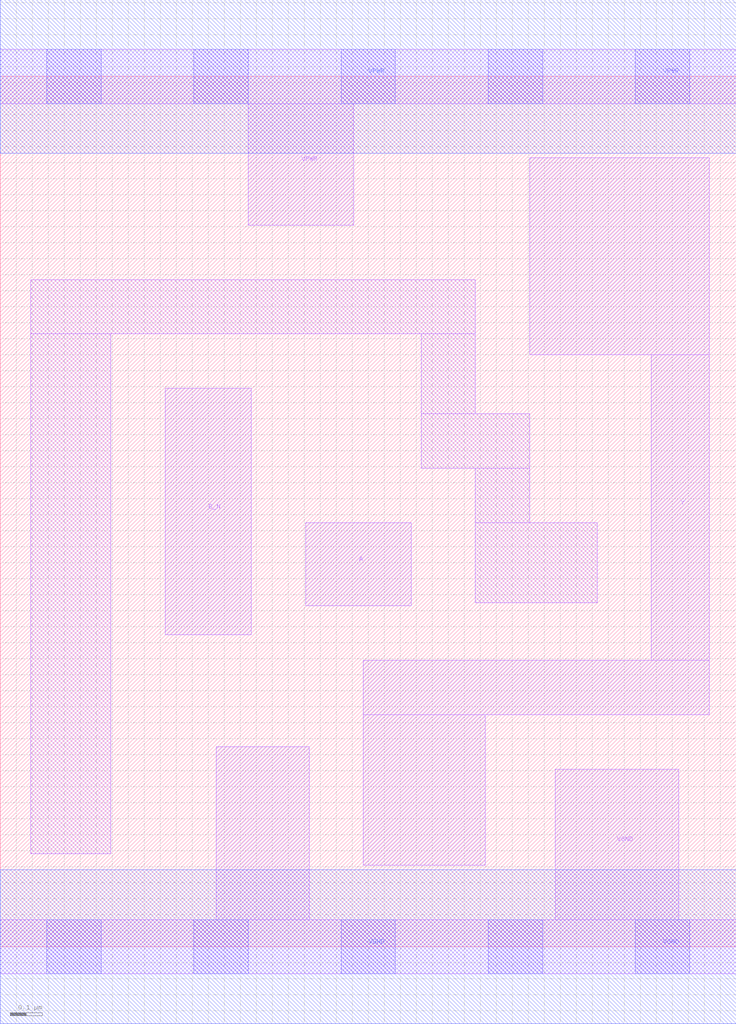
<source format=lef>
# Copyright 2020 The SkyWater PDK Authors
#
# Licensed under the Apache License, Version 2.0 (the "License");
# you may not use this file except in compliance with the License.
# You may obtain a copy of the License at
#
#     https://www.apache.org/licenses/LICENSE-2.0
#
# Unless required by applicable law or agreed to in writing, software
# distributed under the License is distributed on an "AS IS" BASIS,
# WITHOUT WARRANTIES OR CONDITIONS OF ANY KIND, either express or implied.
# See the License for the specific language governing permissions and
# limitations under the License.
#
# SPDX-License-Identifier: Apache-2.0

VERSION 5.7 ;
  NAMESCASESENSITIVE ON ;
  NOWIREEXTENSIONATPIN ON ;
  DIVIDERCHAR "/" ;
  BUSBITCHARS "[]" ;
UNITS
  DATABASE MICRONS 200 ;
END UNITS
PROPERTYDEFINITIONS
  MACRO maskLayoutSubType STRING ;
  MACRO prCellType STRING ;
  MACRO originalViewName STRING ;
END PROPERTYDEFINITIONS
MACRO sky130_fd_sc_hdll__nor2b_1
  CLASS CORE ;
  FOREIGN sky130_fd_sc_hdll__nor2b_1 ;
  ORIGIN  0.000000  0.000000 ;
  SIZE  2.300000 BY  2.720000 ;
  SYMMETRY X Y R90 ;
  SITE unithd ;
  PIN A
    ANTENNAGATEAREA  0.277500 ;
    DIRECTION INPUT ;
    USE SIGNAL ;
    PORT
      LAYER li1 ;
        RECT 0.955000 1.065000 1.285000 1.325000 ;
    END
  END A
  PIN B_N
    ANTENNAGATEAREA  0.138600 ;
    DIRECTION INPUT ;
    USE SIGNAL ;
    PORT
      LAYER li1 ;
        RECT 0.515000 0.975000 0.785000 1.745000 ;
    END
  END B_N
  PIN Y
    ANTENNADIFFAREA  0.445500 ;
    DIRECTION OUTPUT ;
    USE SIGNAL ;
    PORT
      LAYER li1 ;
        RECT 1.135000 0.255000 1.515000 0.725000 ;
        RECT 1.135000 0.725000 2.215000 0.895000 ;
        RECT 1.655000 1.850000 2.215000 2.465000 ;
        RECT 2.035000 0.895000 2.215000 1.850000 ;
    END
  END Y
  PIN VGND
    DIRECTION INOUT ;
    USE GROUND ;
    PORT
      LAYER li1 ;
        RECT 0.000000 -0.085000 2.300000 0.085000 ;
        RECT 0.675000  0.085000 0.965000 0.625000 ;
        RECT 1.735000  0.085000 2.120000 0.555000 ;
      LAYER mcon ;
        RECT 0.145000 -0.085000 0.315000 0.085000 ;
        RECT 0.605000 -0.085000 0.775000 0.085000 ;
        RECT 1.065000 -0.085000 1.235000 0.085000 ;
        RECT 1.525000 -0.085000 1.695000 0.085000 ;
        RECT 1.985000 -0.085000 2.155000 0.085000 ;
      LAYER met1 ;
        RECT 0.000000 -0.240000 2.300000 0.240000 ;
    END
  END VGND
  PIN VPWR
    DIRECTION INOUT ;
    USE POWER ;
    PORT
      LAYER li1 ;
        RECT 0.000000 2.635000 2.300000 2.805000 ;
        RECT 0.775000 2.255000 1.105000 2.635000 ;
      LAYER mcon ;
        RECT 0.145000 2.635000 0.315000 2.805000 ;
        RECT 0.605000 2.635000 0.775000 2.805000 ;
        RECT 1.065000 2.635000 1.235000 2.805000 ;
        RECT 1.525000 2.635000 1.695000 2.805000 ;
        RECT 1.985000 2.635000 2.155000 2.805000 ;
      LAYER met1 ;
        RECT 0.000000 2.480000 2.300000 2.960000 ;
    END
  END VPWR
  OBS
    LAYER li1 ;
      RECT 0.095000 0.290000 0.345000 1.915000 ;
      RECT 0.095000 1.915000 1.485000 2.085000 ;
      RECT 1.315000 1.495000 1.655000 1.665000 ;
      RECT 1.315000 1.665000 1.485000 1.915000 ;
      RECT 1.485000 1.075000 1.865000 1.325000 ;
      RECT 1.485000 1.325000 1.655000 1.495000 ;
  END
  PROPERTY maskLayoutSubType "abstract" ;
  PROPERTY prCellType "standard" ;
  PROPERTY originalViewName "layout" ;
END sky130_fd_sc_hdll__nor2b_1

</source>
